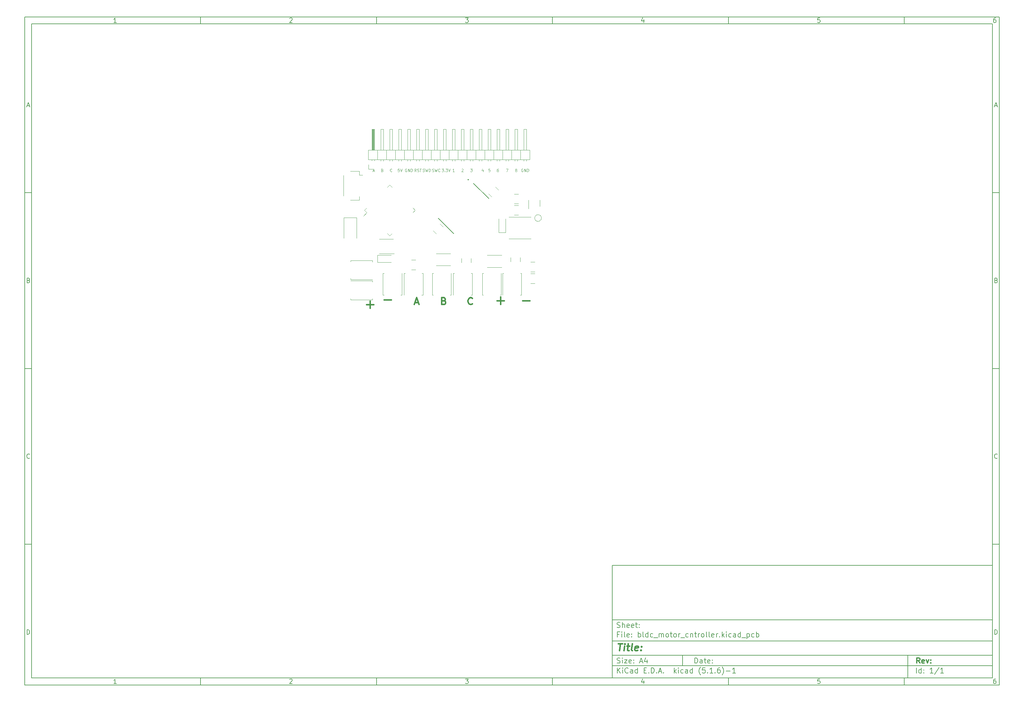
<source format=gbr>
G04 #@! TF.GenerationSoftware,KiCad,Pcbnew,(5.1.6)-1*
G04 #@! TF.CreationDate,2021-03-06T15:59:57+08:00*
G04 #@! TF.ProjectId,bldc_motor_cntroller,626c6463-5f6d-46f7-946f-725f636e7472,rev?*
G04 #@! TF.SameCoordinates,Original*
G04 #@! TF.FileFunction,Legend,Top*
G04 #@! TF.FilePolarity,Positive*
%FSLAX46Y46*%
G04 Gerber Fmt 4.6, Leading zero omitted, Abs format (unit mm)*
G04 Created by KiCad (PCBNEW (5.1.6)-1) date 2021-03-06 15:59:57*
%MOMM*%
%LPD*%
G01*
G04 APERTURE LIST*
%ADD10C,0.100000*%
%ADD11C,0.150000*%
%ADD12C,0.300000*%
%ADD13C,0.400000*%
%ADD14C,0.120000*%
%ADD15C,0.200000*%
%ADD16C,0.127000*%
G04 APERTURE END LIST*
D10*
D11*
X177002200Y-166007200D02*
X177002200Y-198007200D01*
X285002200Y-198007200D01*
X285002200Y-166007200D01*
X177002200Y-166007200D01*
D10*
D11*
X10000000Y-10000000D02*
X10000000Y-200007200D01*
X287002200Y-200007200D01*
X287002200Y-10000000D01*
X10000000Y-10000000D01*
D10*
D11*
X12000000Y-12000000D02*
X12000000Y-198007200D01*
X285002200Y-198007200D01*
X285002200Y-12000000D01*
X12000000Y-12000000D01*
D10*
D11*
X60000000Y-12000000D02*
X60000000Y-10000000D01*
D10*
D11*
X110000000Y-12000000D02*
X110000000Y-10000000D01*
D10*
D11*
X160000000Y-12000000D02*
X160000000Y-10000000D01*
D10*
D11*
X210000000Y-12000000D02*
X210000000Y-10000000D01*
D10*
D11*
X260000000Y-12000000D02*
X260000000Y-10000000D01*
D10*
D11*
X36065476Y-11588095D02*
X35322619Y-11588095D01*
X35694047Y-11588095D02*
X35694047Y-10288095D01*
X35570238Y-10473809D01*
X35446428Y-10597619D01*
X35322619Y-10659523D01*
D10*
D11*
X85322619Y-10411904D02*
X85384523Y-10350000D01*
X85508333Y-10288095D01*
X85817857Y-10288095D01*
X85941666Y-10350000D01*
X86003571Y-10411904D01*
X86065476Y-10535714D01*
X86065476Y-10659523D01*
X86003571Y-10845238D01*
X85260714Y-11588095D01*
X86065476Y-11588095D01*
D10*
D11*
X135260714Y-10288095D02*
X136065476Y-10288095D01*
X135632142Y-10783333D01*
X135817857Y-10783333D01*
X135941666Y-10845238D01*
X136003571Y-10907142D01*
X136065476Y-11030952D01*
X136065476Y-11340476D01*
X136003571Y-11464285D01*
X135941666Y-11526190D01*
X135817857Y-11588095D01*
X135446428Y-11588095D01*
X135322619Y-11526190D01*
X135260714Y-11464285D01*
D10*
D11*
X185941666Y-10721428D02*
X185941666Y-11588095D01*
X185632142Y-10226190D02*
X185322619Y-11154761D01*
X186127380Y-11154761D01*
D10*
D11*
X236003571Y-10288095D02*
X235384523Y-10288095D01*
X235322619Y-10907142D01*
X235384523Y-10845238D01*
X235508333Y-10783333D01*
X235817857Y-10783333D01*
X235941666Y-10845238D01*
X236003571Y-10907142D01*
X236065476Y-11030952D01*
X236065476Y-11340476D01*
X236003571Y-11464285D01*
X235941666Y-11526190D01*
X235817857Y-11588095D01*
X235508333Y-11588095D01*
X235384523Y-11526190D01*
X235322619Y-11464285D01*
D10*
D11*
X285941666Y-10288095D02*
X285694047Y-10288095D01*
X285570238Y-10350000D01*
X285508333Y-10411904D01*
X285384523Y-10597619D01*
X285322619Y-10845238D01*
X285322619Y-11340476D01*
X285384523Y-11464285D01*
X285446428Y-11526190D01*
X285570238Y-11588095D01*
X285817857Y-11588095D01*
X285941666Y-11526190D01*
X286003571Y-11464285D01*
X286065476Y-11340476D01*
X286065476Y-11030952D01*
X286003571Y-10907142D01*
X285941666Y-10845238D01*
X285817857Y-10783333D01*
X285570238Y-10783333D01*
X285446428Y-10845238D01*
X285384523Y-10907142D01*
X285322619Y-11030952D01*
D10*
D11*
X60000000Y-198007200D02*
X60000000Y-200007200D01*
D10*
D11*
X110000000Y-198007200D02*
X110000000Y-200007200D01*
D10*
D11*
X160000000Y-198007200D02*
X160000000Y-200007200D01*
D10*
D11*
X210000000Y-198007200D02*
X210000000Y-200007200D01*
D10*
D11*
X260000000Y-198007200D02*
X260000000Y-200007200D01*
D10*
D11*
X36065476Y-199595295D02*
X35322619Y-199595295D01*
X35694047Y-199595295D02*
X35694047Y-198295295D01*
X35570238Y-198481009D01*
X35446428Y-198604819D01*
X35322619Y-198666723D01*
D10*
D11*
X85322619Y-198419104D02*
X85384523Y-198357200D01*
X85508333Y-198295295D01*
X85817857Y-198295295D01*
X85941666Y-198357200D01*
X86003571Y-198419104D01*
X86065476Y-198542914D01*
X86065476Y-198666723D01*
X86003571Y-198852438D01*
X85260714Y-199595295D01*
X86065476Y-199595295D01*
D10*
D11*
X135260714Y-198295295D02*
X136065476Y-198295295D01*
X135632142Y-198790533D01*
X135817857Y-198790533D01*
X135941666Y-198852438D01*
X136003571Y-198914342D01*
X136065476Y-199038152D01*
X136065476Y-199347676D01*
X136003571Y-199471485D01*
X135941666Y-199533390D01*
X135817857Y-199595295D01*
X135446428Y-199595295D01*
X135322619Y-199533390D01*
X135260714Y-199471485D01*
D10*
D11*
X185941666Y-198728628D02*
X185941666Y-199595295D01*
X185632142Y-198233390D02*
X185322619Y-199161961D01*
X186127380Y-199161961D01*
D10*
D11*
X236003571Y-198295295D02*
X235384523Y-198295295D01*
X235322619Y-198914342D01*
X235384523Y-198852438D01*
X235508333Y-198790533D01*
X235817857Y-198790533D01*
X235941666Y-198852438D01*
X236003571Y-198914342D01*
X236065476Y-199038152D01*
X236065476Y-199347676D01*
X236003571Y-199471485D01*
X235941666Y-199533390D01*
X235817857Y-199595295D01*
X235508333Y-199595295D01*
X235384523Y-199533390D01*
X235322619Y-199471485D01*
D10*
D11*
X285941666Y-198295295D02*
X285694047Y-198295295D01*
X285570238Y-198357200D01*
X285508333Y-198419104D01*
X285384523Y-198604819D01*
X285322619Y-198852438D01*
X285322619Y-199347676D01*
X285384523Y-199471485D01*
X285446428Y-199533390D01*
X285570238Y-199595295D01*
X285817857Y-199595295D01*
X285941666Y-199533390D01*
X286003571Y-199471485D01*
X286065476Y-199347676D01*
X286065476Y-199038152D01*
X286003571Y-198914342D01*
X285941666Y-198852438D01*
X285817857Y-198790533D01*
X285570238Y-198790533D01*
X285446428Y-198852438D01*
X285384523Y-198914342D01*
X285322619Y-199038152D01*
D10*
D11*
X10000000Y-60000000D02*
X12000000Y-60000000D01*
D10*
D11*
X10000000Y-110000000D02*
X12000000Y-110000000D01*
D10*
D11*
X10000000Y-160000000D02*
X12000000Y-160000000D01*
D10*
D11*
X10690476Y-35216666D02*
X11309523Y-35216666D01*
X10566666Y-35588095D02*
X11000000Y-34288095D01*
X11433333Y-35588095D01*
D10*
D11*
X11092857Y-84907142D02*
X11278571Y-84969047D01*
X11340476Y-85030952D01*
X11402380Y-85154761D01*
X11402380Y-85340476D01*
X11340476Y-85464285D01*
X11278571Y-85526190D01*
X11154761Y-85588095D01*
X10659523Y-85588095D01*
X10659523Y-84288095D01*
X11092857Y-84288095D01*
X11216666Y-84350000D01*
X11278571Y-84411904D01*
X11340476Y-84535714D01*
X11340476Y-84659523D01*
X11278571Y-84783333D01*
X11216666Y-84845238D01*
X11092857Y-84907142D01*
X10659523Y-84907142D01*
D10*
D11*
X11402380Y-135464285D02*
X11340476Y-135526190D01*
X11154761Y-135588095D01*
X11030952Y-135588095D01*
X10845238Y-135526190D01*
X10721428Y-135402380D01*
X10659523Y-135278571D01*
X10597619Y-135030952D01*
X10597619Y-134845238D01*
X10659523Y-134597619D01*
X10721428Y-134473809D01*
X10845238Y-134350000D01*
X11030952Y-134288095D01*
X11154761Y-134288095D01*
X11340476Y-134350000D01*
X11402380Y-134411904D01*
D10*
D11*
X10659523Y-185588095D02*
X10659523Y-184288095D01*
X10969047Y-184288095D01*
X11154761Y-184350000D01*
X11278571Y-184473809D01*
X11340476Y-184597619D01*
X11402380Y-184845238D01*
X11402380Y-185030952D01*
X11340476Y-185278571D01*
X11278571Y-185402380D01*
X11154761Y-185526190D01*
X10969047Y-185588095D01*
X10659523Y-185588095D01*
D10*
D11*
X287002200Y-60000000D02*
X285002200Y-60000000D01*
D10*
D11*
X287002200Y-110000000D02*
X285002200Y-110000000D01*
D10*
D11*
X287002200Y-160000000D02*
X285002200Y-160000000D01*
D10*
D11*
X285692676Y-35216666D02*
X286311723Y-35216666D01*
X285568866Y-35588095D02*
X286002200Y-34288095D01*
X286435533Y-35588095D01*
D10*
D11*
X286095057Y-84907142D02*
X286280771Y-84969047D01*
X286342676Y-85030952D01*
X286404580Y-85154761D01*
X286404580Y-85340476D01*
X286342676Y-85464285D01*
X286280771Y-85526190D01*
X286156961Y-85588095D01*
X285661723Y-85588095D01*
X285661723Y-84288095D01*
X286095057Y-84288095D01*
X286218866Y-84350000D01*
X286280771Y-84411904D01*
X286342676Y-84535714D01*
X286342676Y-84659523D01*
X286280771Y-84783333D01*
X286218866Y-84845238D01*
X286095057Y-84907142D01*
X285661723Y-84907142D01*
D10*
D11*
X286404580Y-135464285D02*
X286342676Y-135526190D01*
X286156961Y-135588095D01*
X286033152Y-135588095D01*
X285847438Y-135526190D01*
X285723628Y-135402380D01*
X285661723Y-135278571D01*
X285599819Y-135030952D01*
X285599819Y-134845238D01*
X285661723Y-134597619D01*
X285723628Y-134473809D01*
X285847438Y-134350000D01*
X286033152Y-134288095D01*
X286156961Y-134288095D01*
X286342676Y-134350000D01*
X286404580Y-134411904D01*
D10*
D11*
X285661723Y-185588095D02*
X285661723Y-184288095D01*
X285971247Y-184288095D01*
X286156961Y-184350000D01*
X286280771Y-184473809D01*
X286342676Y-184597619D01*
X286404580Y-184845238D01*
X286404580Y-185030952D01*
X286342676Y-185278571D01*
X286280771Y-185402380D01*
X286156961Y-185526190D01*
X285971247Y-185588095D01*
X285661723Y-185588095D01*
D10*
D11*
X200434342Y-193785771D02*
X200434342Y-192285771D01*
X200791485Y-192285771D01*
X201005771Y-192357200D01*
X201148628Y-192500057D01*
X201220057Y-192642914D01*
X201291485Y-192928628D01*
X201291485Y-193142914D01*
X201220057Y-193428628D01*
X201148628Y-193571485D01*
X201005771Y-193714342D01*
X200791485Y-193785771D01*
X200434342Y-193785771D01*
X202577200Y-193785771D02*
X202577200Y-193000057D01*
X202505771Y-192857200D01*
X202362914Y-192785771D01*
X202077200Y-192785771D01*
X201934342Y-192857200D01*
X202577200Y-193714342D02*
X202434342Y-193785771D01*
X202077200Y-193785771D01*
X201934342Y-193714342D01*
X201862914Y-193571485D01*
X201862914Y-193428628D01*
X201934342Y-193285771D01*
X202077200Y-193214342D01*
X202434342Y-193214342D01*
X202577200Y-193142914D01*
X203077200Y-192785771D02*
X203648628Y-192785771D01*
X203291485Y-192285771D02*
X203291485Y-193571485D01*
X203362914Y-193714342D01*
X203505771Y-193785771D01*
X203648628Y-193785771D01*
X204720057Y-193714342D02*
X204577200Y-193785771D01*
X204291485Y-193785771D01*
X204148628Y-193714342D01*
X204077200Y-193571485D01*
X204077200Y-193000057D01*
X204148628Y-192857200D01*
X204291485Y-192785771D01*
X204577200Y-192785771D01*
X204720057Y-192857200D01*
X204791485Y-193000057D01*
X204791485Y-193142914D01*
X204077200Y-193285771D01*
X205434342Y-193642914D02*
X205505771Y-193714342D01*
X205434342Y-193785771D01*
X205362914Y-193714342D01*
X205434342Y-193642914D01*
X205434342Y-193785771D01*
X205434342Y-192857200D02*
X205505771Y-192928628D01*
X205434342Y-193000057D01*
X205362914Y-192928628D01*
X205434342Y-192857200D01*
X205434342Y-193000057D01*
D10*
D11*
X177002200Y-194507200D02*
X285002200Y-194507200D01*
D10*
D11*
X178434342Y-196585771D02*
X178434342Y-195085771D01*
X179291485Y-196585771D02*
X178648628Y-195728628D01*
X179291485Y-195085771D02*
X178434342Y-195942914D01*
X179934342Y-196585771D02*
X179934342Y-195585771D01*
X179934342Y-195085771D02*
X179862914Y-195157200D01*
X179934342Y-195228628D01*
X180005771Y-195157200D01*
X179934342Y-195085771D01*
X179934342Y-195228628D01*
X181505771Y-196442914D02*
X181434342Y-196514342D01*
X181220057Y-196585771D01*
X181077200Y-196585771D01*
X180862914Y-196514342D01*
X180720057Y-196371485D01*
X180648628Y-196228628D01*
X180577200Y-195942914D01*
X180577200Y-195728628D01*
X180648628Y-195442914D01*
X180720057Y-195300057D01*
X180862914Y-195157200D01*
X181077200Y-195085771D01*
X181220057Y-195085771D01*
X181434342Y-195157200D01*
X181505771Y-195228628D01*
X182791485Y-196585771D02*
X182791485Y-195800057D01*
X182720057Y-195657200D01*
X182577200Y-195585771D01*
X182291485Y-195585771D01*
X182148628Y-195657200D01*
X182791485Y-196514342D02*
X182648628Y-196585771D01*
X182291485Y-196585771D01*
X182148628Y-196514342D01*
X182077200Y-196371485D01*
X182077200Y-196228628D01*
X182148628Y-196085771D01*
X182291485Y-196014342D01*
X182648628Y-196014342D01*
X182791485Y-195942914D01*
X184148628Y-196585771D02*
X184148628Y-195085771D01*
X184148628Y-196514342D02*
X184005771Y-196585771D01*
X183720057Y-196585771D01*
X183577200Y-196514342D01*
X183505771Y-196442914D01*
X183434342Y-196300057D01*
X183434342Y-195871485D01*
X183505771Y-195728628D01*
X183577200Y-195657200D01*
X183720057Y-195585771D01*
X184005771Y-195585771D01*
X184148628Y-195657200D01*
X186005771Y-195800057D02*
X186505771Y-195800057D01*
X186720057Y-196585771D02*
X186005771Y-196585771D01*
X186005771Y-195085771D01*
X186720057Y-195085771D01*
X187362914Y-196442914D02*
X187434342Y-196514342D01*
X187362914Y-196585771D01*
X187291485Y-196514342D01*
X187362914Y-196442914D01*
X187362914Y-196585771D01*
X188077200Y-196585771D02*
X188077200Y-195085771D01*
X188434342Y-195085771D01*
X188648628Y-195157200D01*
X188791485Y-195300057D01*
X188862914Y-195442914D01*
X188934342Y-195728628D01*
X188934342Y-195942914D01*
X188862914Y-196228628D01*
X188791485Y-196371485D01*
X188648628Y-196514342D01*
X188434342Y-196585771D01*
X188077200Y-196585771D01*
X189577200Y-196442914D02*
X189648628Y-196514342D01*
X189577200Y-196585771D01*
X189505771Y-196514342D01*
X189577200Y-196442914D01*
X189577200Y-196585771D01*
X190220057Y-196157200D02*
X190934342Y-196157200D01*
X190077200Y-196585771D02*
X190577200Y-195085771D01*
X191077200Y-196585771D01*
X191577200Y-196442914D02*
X191648628Y-196514342D01*
X191577200Y-196585771D01*
X191505771Y-196514342D01*
X191577200Y-196442914D01*
X191577200Y-196585771D01*
X194577200Y-196585771D02*
X194577200Y-195085771D01*
X194720057Y-196014342D02*
X195148628Y-196585771D01*
X195148628Y-195585771D02*
X194577200Y-196157200D01*
X195791485Y-196585771D02*
X195791485Y-195585771D01*
X195791485Y-195085771D02*
X195720057Y-195157200D01*
X195791485Y-195228628D01*
X195862914Y-195157200D01*
X195791485Y-195085771D01*
X195791485Y-195228628D01*
X197148628Y-196514342D02*
X197005771Y-196585771D01*
X196720057Y-196585771D01*
X196577200Y-196514342D01*
X196505771Y-196442914D01*
X196434342Y-196300057D01*
X196434342Y-195871485D01*
X196505771Y-195728628D01*
X196577200Y-195657200D01*
X196720057Y-195585771D01*
X197005771Y-195585771D01*
X197148628Y-195657200D01*
X198434342Y-196585771D02*
X198434342Y-195800057D01*
X198362914Y-195657200D01*
X198220057Y-195585771D01*
X197934342Y-195585771D01*
X197791485Y-195657200D01*
X198434342Y-196514342D02*
X198291485Y-196585771D01*
X197934342Y-196585771D01*
X197791485Y-196514342D01*
X197720057Y-196371485D01*
X197720057Y-196228628D01*
X197791485Y-196085771D01*
X197934342Y-196014342D01*
X198291485Y-196014342D01*
X198434342Y-195942914D01*
X199791485Y-196585771D02*
X199791485Y-195085771D01*
X199791485Y-196514342D02*
X199648628Y-196585771D01*
X199362914Y-196585771D01*
X199220057Y-196514342D01*
X199148628Y-196442914D01*
X199077200Y-196300057D01*
X199077200Y-195871485D01*
X199148628Y-195728628D01*
X199220057Y-195657200D01*
X199362914Y-195585771D01*
X199648628Y-195585771D01*
X199791485Y-195657200D01*
X202077200Y-197157200D02*
X202005771Y-197085771D01*
X201862914Y-196871485D01*
X201791485Y-196728628D01*
X201720057Y-196514342D01*
X201648628Y-196157200D01*
X201648628Y-195871485D01*
X201720057Y-195514342D01*
X201791485Y-195300057D01*
X201862914Y-195157200D01*
X202005771Y-194942914D01*
X202077200Y-194871485D01*
X203362914Y-195085771D02*
X202648628Y-195085771D01*
X202577200Y-195800057D01*
X202648628Y-195728628D01*
X202791485Y-195657200D01*
X203148628Y-195657200D01*
X203291485Y-195728628D01*
X203362914Y-195800057D01*
X203434342Y-195942914D01*
X203434342Y-196300057D01*
X203362914Y-196442914D01*
X203291485Y-196514342D01*
X203148628Y-196585771D01*
X202791485Y-196585771D01*
X202648628Y-196514342D01*
X202577200Y-196442914D01*
X204077200Y-196442914D02*
X204148628Y-196514342D01*
X204077200Y-196585771D01*
X204005771Y-196514342D01*
X204077200Y-196442914D01*
X204077200Y-196585771D01*
X205577200Y-196585771D02*
X204720057Y-196585771D01*
X205148628Y-196585771D02*
X205148628Y-195085771D01*
X205005771Y-195300057D01*
X204862914Y-195442914D01*
X204720057Y-195514342D01*
X206220057Y-196442914D02*
X206291485Y-196514342D01*
X206220057Y-196585771D01*
X206148628Y-196514342D01*
X206220057Y-196442914D01*
X206220057Y-196585771D01*
X207577200Y-195085771D02*
X207291485Y-195085771D01*
X207148628Y-195157200D01*
X207077200Y-195228628D01*
X206934342Y-195442914D01*
X206862914Y-195728628D01*
X206862914Y-196300057D01*
X206934342Y-196442914D01*
X207005771Y-196514342D01*
X207148628Y-196585771D01*
X207434342Y-196585771D01*
X207577200Y-196514342D01*
X207648628Y-196442914D01*
X207720057Y-196300057D01*
X207720057Y-195942914D01*
X207648628Y-195800057D01*
X207577200Y-195728628D01*
X207434342Y-195657200D01*
X207148628Y-195657200D01*
X207005771Y-195728628D01*
X206934342Y-195800057D01*
X206862914Y-195942914D01*
X208220057Y-197157200D02*
X208291485Y-197085771D01*
X208434342Y-196871485D01*
X208505771Y-196728628D01*
X208577200Y-196514342D01*
X208648628Y-196157200D01*
X208648628Y-195871485D01*
X208577200Y-195514342D01*
X208505771Y-195300057D01*
X208434342Y-195157200D01*
X208291485Y-194942914D01*
X208220057Y-194871485D01*
X209362914Y-196014342D02*
X210505771Y-196014342D01*
X212005771Y-196585771D02*
X211148628Y-196585771D01*
X211577200Y-196585771D02*
X211577200Y-195085771D01*
X211434342Y-195300057D01*
X211291485Y-195442914D01*
X211148628Y-195514342D01*
D10*
D11*
X177002200Y-191507200D02*
X285002200Y-191507200D01*
D10*
D12*
X264411485Y-193785771D02*
X263911485Y-193071485D01*
X263554342Y-193785771D02*
X263554342Y-192285771D01*
X264125771Y-192285771D01*
X264268628Y-192357200D01*
X264340057Y-192428628D01*
X264411485Y-192571485D01*
X264411485Y-192785771D01*
X264340057Y-192928628D01*
X264268628Y-193000057D01*
X264125771Y-193071485D01*
X263554342Y-193071485D01*
X265625771Y-193714342D02*
X265482914Y-193785771D01*
X265197200Y-193785771D01*
X265054342Y-193714342D01*
X264982914Y-193571485D01*
X264982914Y-193000057D01*
X265054342Y-192857200D01*
X265197200Y-192785771D01*
X265482914Y-192785771D01*
X265625771Y-192857200D01*
X265697200Y-193000057D01*
X265697200Y-193142914D01*
X264982914Y-193285771D01*
X266197200Y-192785771D02*
X266554342Y-193785771D01*
X266911485Y-192785771D01*
X267482914Y-193642914D02*
X267554342Y-193714342D01*
X267482914Y-193785771D01*
X267411485Y-193714342D01*
X267482914Y-193642914D01*
X267482914Y-193785771D01*
X267482914Y-192857200D02*
X267554342Y-192928628D01*
X267482914Y-193000057D01*
X267411485Y-192928628D01*
X267482914Y-192857200D01*
X267482914Y-193000057D01*
D10*
D11*
X178362914Y-193714342D02*
X178577200Y-193785771D01*
X178934342Y-193785771D01*
X179077200Y-193714342D01*
X179148628Y-193642914D01*
X179220057Y-193500057D01*
X179220057Y-193357200D01*
X179148628Y-193214342D01*
X179077200Y-193142914D01*
X178934342Y-193071485D01*
X178648628Y-193000057D01*
X178505771Y-192928628D01*
X178434342Y-192857200D01*
X178362914Y-192714342D01*
X178362914Y-192571485D01*
X178434342Y-192428628D01*
X178505771Y-192357200D01*
X178648628Y-192285771D01*
X179005771Y-192285771D01*
X179220057Y-192357200D01*
X179862914Y-193785771D02*
X179862914Y-192785771D01*
X179862914Y-192285771D02*
X179791485Y-192357200D01*
X179862914Y-192428628D01*
X179934342Y-192357200D01*
X179862914Y-192285771D01*
X179862914Y-192428628D01*
X180434342Y-192785771D02*
X181220057Y-192785771D01*
X180434342Y-193785771D01*
X181220057Y-193785771D01*
X182362914Y-193714342D02*
X182220057Y-193785771D01*
X181934342Y-193785771D01*
X181791485Y-193714342D01*
X181720057Y-193571485D01*
X181720057Y-193000057D01*
X181791485Y-192857200D01*
X181934342Y-192785771D01*
X182220057Y-192785771D01*
X182362914Y-192857200D01*
X182434342Y-193000057D01*
X182434342Y-193142914D01*
X181720057Y-193285771D01*
X183077200Y-193642914D02*
X183148628Y-193714342D01*
X183077200Y-193785771D01*
X183005771Y-193714342D01*
X183077200Y-193642914D01*
X183077200Y-193785771D01*
X183077200Y-192857200D02*
X183148628Y-192928628D01*
X183077200Y-193000057D01*
X183005771Y-192928628D01*
X183077200Y-192857200D01*
X183077200Y-193000057D01*
X184862914Y-193357200D02*
X185577200Y-193357200D01*
X184720057Y-193785771D02*
X185220057Y-192285771D01*
X185720057Y-193785771D01*
X186862914Y-192785771D02*
X186862914Y-193785771D01*
X186505771Y-192214342D02*
X186148628Y-193285771D01*
X187077200Y-193285771D01*
D10*
D11*
X263434342Y-196585771D02*
X263434342Y-195085771D01*
X264791485Y-196585771D02*
X264791485Y-195085771D01*
X264791485Y-196514342D02*
X264648628Y-196585771D01*
X264362914Y-196585771D01*
X264220057Y-196514342D01*
X264148628Y-196442914D01*
X264077200Y-196300057D01*
X264077200Y-195871485D01*
X264148628Y-195728628D01*
X264220057Y-195657200D01*
X264362914Y-195585771D01*
X264648628Y-195585771D01*
X264791485Y-195657200D01*
X265505771Y-196442914D02*
X265577200Y-196514342D01*
X265505771Y-196585771D01*
X265434342Y-196514342D01*
X265505771Y-196442914D01*
X265505771Y-196585771D01*
X265505771Y-195657200D02*
X265577200Y-195728628D01*
X265505771Y-195800057D01*
X265434342Y-195728628D01*
X265505771Y-195657200D01*
X265505771Y-195800057D01*
X268148628Y-196585771D02*
X267291485Y-196585771D01*
X267720057Y-196585771D02*
X267720057Y-195085771D01*
X267577200Y-195300057D01*
X267434342Y-195442914D01*
X267291485Y-195514342D01*
X269862914Y-195014342D02*
X268577200Y-196942914D01*
X271148628Y-196585771D02*
X270291485Y-196585771D01*
X270720057Y-196585771D02*
X270720057Y-195085771D01*
X270577200Y-195300057D01*
X270434342Y-195442914D01*
X270291485Y-195514342D01*
D10*
D11*
X177002200Y-187507200D02*
X285002200Y-187507200D01*
D10*
D13*
X178714580Y-188211961D02*
X179857438Y-188211961D01*
X179036009Y-190211961D02*
X179286009Y-188211961D01*
X180274104Y-190211961D02*
X180440771Y-188878628D01*
X180524104Y-188211961D02*
X180416961Y-188307200D01*
X180500295Y-188402438D01*
X180607438Y-188307200D01*
X180524104Y-188211961D01*
X180500295Y-188402438D01*
X181107438Y-188878628D02*
X181869342Y-188878628D01*
X181476485Y-188211961D02*
X181262200Y-189926247D01*
X181333628Y-190116723D01*
X181512200Y-190211961D01*
X181702676Y-190211961D01*
X182655057Y-190211961D02*
X182476485Y-190116723D01*
X182405057Y-189926247D01*
X182619342Y-188211961D01*
X184190771Y-190116723D02*
X183988390Y-190211961D01*
X183607438Y-190211961D01*
X183428866Y-190116723D01*
X183357438Y-189926247D01*
X183452676Y-189164342D01*
X183571723Y-188973866D01*
X183774104Y-188878628D01*
X184155057Y-188878628D01*
X184333628Y-188973866D01*
X184405057Y-189164342D01*
X184381247Y-189354819D01*
X183405057Y-189545295D01*
X185155057Y-190021485D02*
X185238390Y-190116723D01*
X185131247Y-190211961D01*
X185047914Y-190116723D01*
X185155057Y-190021485D01*
X185131247Y-190211961D01*
X185286009Y-188973866D02*
X185369342Y-189069104D01*
X185262200Y-189164342D01*
X185178866Y-189069104D01*
X185286009Y-188973866D01*
X185262200Y-189164342D01*
D10*
D11*
X178934342Y-185600057D02*
X178434342Y-185600057D01*
X178434342Y-186385771D02*
X178434342Y-184885771D01*
X179148628Y-184885771D01*
X179720057Y-186385771D02*
X179720057Y-185385771D01*
X179720057Y-184885771D02*
X179648628Y-184957200D01*
X179720057Y-185028628D01*
X179791485Y-184957200D01*
X179720057Y-184885771D01*
X179720057Y-185028628D01*
X180648628Y-186385771D02*
X180505771Y-186314342D01*
X180434342Y-186171485D01*
X180434342Y-184885771D01*
X181791485Y-186314342D02*
X181648628Y-186385771D01*
X181362914Y-186385771D01*
X181220057Y-186314342D01*
X181148628Y-186171485D01*
X181148628Y-185600057D01*
X181220057Y-185457200D01*
X181362914Y-185385771D01*
X181648628Y-185385771D01*
X181791485Y-185457200D01*
X181862914Y-185600057D01*
X181862914Y-185742914D01*
X181148628Y-185885771D01*
X182505771Y-186242914D02*
X182577200Y-186314342D01*
X182505771Y-186385771D01*
X182434342Y-186314342D01*
X182505771Y-186242914D01*
X182505771Y-186385771D01*
X182505771Y-185457200D02*
X182577200Y-185528628D01*
X182505771Y-185600057D01*
X182434342Y-185528628D01*
X182505771Y-185457200D01*
X182505771Y-185600057D01*
X184362914Y-186385771D02*
X184362914Y-184885771D01*
X184362914Y-185457200D02*
X184505771Y-185385771D01*
X184791485Y-185385771D01*
X184934342Y-185457200D01*
X185005771Y-185528628D01*
X185077200Y-185671485D01*
X185077200Y-186100057D01*
X185005771Y-186242914D01*
X184934342Y-186314342D01*
X184791485Y-186385771D01*
X184505771Y-186385771D01*
X184362914Y-186314342D01*
X185934342Y-186385771D02*
X185791485Y-186314342D01*
X185720057Y-186171485D01*
X185720057Y-184885771D01*
X187148628Y-186385771D02*
X187148628Y-184885771D01*
X187148628Y-186314342D02*
X187005771Y-186385771D01*
X186720057Y-186385771D01*
X186577200Y-186314342D01*
X186505771Y-186242914D01*
X186434342Y-186100057D01*
X186434342Y-185671485D01*
X186505771Y-185528628D01*
X186577200Y-185457200D01*
X186720057Y-185385771D01*
X187005771Y-185385771D01*
X187148628Y-185457200D01*
X188505771Y-186314342D02*
X188362914Y-186385771D01*
X188077200Y-186385771D01*
X187934342Y-186314342D01*
X187862914Y-186242914D01*
X187791485Y-186100057D01*
X187791485Y-185671485D01*
X187862914Y-185528628D01*
X187934342Y-185457200D01*
X188077200Y-185385771D01*
X188362914Y-185385771D01*
X188505771Y-185457200D01*
X188791485Y-186528628D02*
X189934342Y-186528628D01*
X190291485Y-186385771D02*
X190291485Y-185385771D01*
X190291485Y-185528628D02*
X190362914Y-185457200D01*
X190505771Y-185385771D01*
X190720057Y-185385771D01*
X190862914Y-185457200D01*
X190934342Y-185600057D01*
X190934342Y-186385771D01*
X190934342Y-185600057D02*
X191005771Y-185457200D01*
X191148628Y-185385771D01*
X191362914Y-185385771D01*
X191505771Y-185457200D01*
X191577200Y-185600057D01*
X191577200Y-186385771D01*
X192505771Y-186385771D02*
X192362914Y-186314342D01*
X192291485Y-186242914D01*
X192220057Y-186100057D01*
X192220057Y-185671485D01*
X192291485Y-185528628D01*
X192362914Y-185457200D01*
X192505771Y-185385771D01*
X192720057Y-185385771D01*
X192862914Y-185457200D01*
X192934342Y-185528628D01*
X193005771Y-185671485D01*
X193005771Y-186100057D01*
X192934342Y-186242914D01*
X192862914Y-186314342D01*
X192720057Y-186385771D01*
X192505771Y-186385771D01*
X193434342Y-185385771D02*
X194005771Y-185385771D01*
X193648628Y-184885771D02*
X193648628Y-186171485D01*
X193720057Y-186314342D01*
X193862914Y-186385771D01*
X194005771Y-186385771D01*
X194720057Y-186385771D02*
X194577200Y-186314342D01*
X194505771Y-186242914D01*
X194434342Y-186100057D01*
X194434342Y-185671485D01*
X194505771Y-185528628D01*
X194577200Y-185457200D01*
X194720057Y-185385771D01*
X194934342Y-185385771D01*
X195077200Y-185457200D01*
X195148628Y-185528628D01*
X195220057Y-185671485D01*
X195220057Y-186100057D01*
X195148628Y-186242914D01*
X195077200Y-186314342D01*
X194934342Y-186385771D01*
X194720057Y-186385771D01*
X195862914Y-186385771D02*
X195862914Y-185385771D01*
X195862914Y-185671485D02*
X195934342Y-185528628D01*
X196005771Y-185457200D01*
X196148628Y-185385771D01*
X196291485Y-185385771D01*
X196434342Y-186528628D02*
X197577200Y-186528628D01*
X198577200Y-186314342D02*
X198434342Y-186385771D01*
X198148628Y-186385771D01*
X198005771Y-186314342D01*
X197934342Y-186242914D01*
X197862914Y-186100057D01*
X197862914Y-185671485D01*
X197934342Y-185528628D01*
X198005771Y-185457200D01*
X198148628Y-185385771D01*
X198434342Y-185385771D01*
X198577200Y-185457200D01*
X199220057Y-185385771D02*
X199220057Y-186385771D01*
X199220057Y-185528628D02*
X199291485Y-185457200D01*
X199434342Y-185385771D01*
X199648628Y-185385771D01*
X199791485Y-185457200D01*
X199862914Y-185600057D01*
X199862914Y-186385771D01*
X200362914Y-185385771D02*
X200934342Y-185385771D01*
X200577200Y-184885771D02*
X200577200Y-186171485D01*
X200648628Y-186314342D01*
X200791485Y-186385771D01*
X200934342Y-186385771D01*
X201434342Y-186385771D02*
X201434342Y-185385771D01*
X201434342Y-185671485D02*
X201505771Y-185528628D01*
X201577200Y-185457200D01*
X201720057Y-185385771D01*
X201862914Y-185385771D01*
X202577200Y-186385771D02*
X202434342Y-186314342D01*
X202362914Y-186242914D01*
X202291485Y-186100057D01*
X202291485Y-185671485D01*
X202362914Y-185528628D01*
X202434342Y-185457200D01*
X202577200Y-185385771D01*
X202791485Y-185385771D01*
X202934342Y-185457200D01*
X203005771Y-185528628D01*
X203077200Y-185671485D01*
X203077200Y-186100057D01*
X203005771Y-186242914D01*
X202934342Y-186314342D01*
X202791485Y-186385771D01*
X202577200Y-186385771D01*
X203934342Y-186385771D02*
X203791485Y-186314342D01*
X203720057Y-186171485D01*
X203720057Y-184885771D01*
X204720057Y-186385771D02*
X204577200Y-186314342D01*
X204505771Y-186171485D01*
X204505771Y-184885771D01*
X205862914Y-186314342D02*
X205720057Y-186385771D01*
X205434342Y-186385771D01*
X205291485Y-186314342D01*
X205220057Y-186171485D01*
X205220057Y-185600057D01*
X205291485Y-185457200D01*
X205434342Y-185385771D01*
X205720057Y-185385771D01*
X205862914Y-185457200D01*
X205934342Y-185600057D01*
X205934342Y-185742914D01*
X205220057Y-185885771D01*
X206577200Y-186385771D02*
X206577200Y-185385771D01*
X206577200Y-185671485D02*
X206648628Y-185528628D01*
X206720057Y-185457200D01*
X206862914Y-185385771D01*
X207005771Y-185385771D01*
X207505771Y-186242914D02*
X207577200Y-186314342D01*
X207505771Y-186385771D01*
X207434342Y-186314342D01*
X207505771Y-186242914D01*
X207505771Y-186385771D01*
X208220057Y-186385771D02*
X208220057Y-184885771D01*
X208362914Y-185814342D02*
X208791485Y-186385771D01*
X208791485Y-185385771D02*
X208220057Y-185957200D01*
X209434342Y-186385771D02*
X209434342Y-185385771D01*
X209434342Y-184885771D02*
X209362914Y-184957200D01*
X209434342Y-185028628D01*
X209505771Y-184957200D01*
X209434342Y-184885771D01*
X209434342Y-185028628D01*
X210791485Y-186314342D02*
X210648628Y-186385771D01*
X210362914Y-186385771D01*
X210220057Y-186314342D01*
X210148628Y-186242914D01*
X210077200Y-186100057D01*
X210077200Y-185671485D01*
X210148628Y-185528628D01*
X210220057Y-185457200D01*
X210362914Y-185385771D01*
X210648628Y-185385771D01*
X210791485Y-185457200D01*
X212077200Y-186385771D02*
X212077200Y-185600057D01*
X212005771Y-185457200D01*
X211862914Y-185385771D01*
X211577200Y-185385771D01*
X211434342Y-185457200D01*
X212077200Y-186314342D02*
X211934342Y-186385771D01*
X211577200Y-186385771D01*
X211434342Y-186314342D01*
X211362914Y-186171485D01*
X211362914Y-186028628D01*
X211434342Y-185885771D01*
X211577200Y-185814342D01*
X211934342Y-185814342D01*
X212077200Y-185742914D01*
X213434342Y-186385771D02*
X213434342Y-184885771D01*
X213434342Y-186314342D02*
X213291485Y-186385771D01*
X213005771Y-186385771D01*
X212862914Y-186314342D01*
X212791485Y-186242914D01*
X212720057Y-186100057D01*
X212720057Y-185671485D01*
X212791485Y-185528628D01*
X212862914Y-185457200D01*
X213005771Y-185385771D01*
X213291485Y-185385771D01*
X213434342Y-185457200D01*
X213791485Y-186528628D02*
X214934342Y-186528628D01*
X215291485Y-185385771D02*
X215291485Y-186885771D01*
X215291485Y-185457200D02*
X215434342Y-185385771D01*
X215720057Y-185385771D01*
X215862914Y-185457200D01*
X215934342Y-185528628D01*
X216005771Y-185671485D01*
X216005771Y-186100057D01*
X215934342Y-186242914D01*
X215862914Y-186314342D01*
X215720057Y-186385771D01*
X215434342Y-186385771D01*
X215291485Y-186314342D01*
X217291485Y-186314342D02*
X217148628Y-186385771D01*
X216862914Y-186385771D01*
X216720057Y-186314342D01*
X216648628Y-186242914D01*
X216577200Y-186100057D01*
X216577200Y-185671485D01*
X216648628Y-185528628D01*
X216720057Y-185457200D01*
X216862914Y-185385771D01*
X217148628Y-185385771D01*
X217291485Y-185457200D01*
X217934342Y-186385771D02*
X217934342Y-184885771D01*
X217934342Y-185457200D02*
X218077200Y-185385771D01*
X218362914Y-185385771D01*
X218505771Y-185457200D01*
X218577200Y-185528628D01*
X218648628Y-185671485D01*
X218648628Y-186100057D01*
X218577200Y-186242914D01*
X218505771Y-186314342D01*
X218362914Y-186385771D01*
X218077200Y-186385771D01*
X217934342Y-186314342D01*
D10*
D11*
X177002200Y-181507200D02*
X285002200Y-181507200D01*
D10*
D11*
X178362914Y-183614342D02*
X178577200Y-183685771D01*
X178934342Y-183685771D01*
X179077200Y-183614342D01*
X179148628Y-183542914D01*
X179220057Y-183400057D01*
X179220057Y-183257200D01*
X179148628Y-183114342D01*
X179077200Y-183042914D01*
X178934342Y-182971485D01*
X178648628Y-182900057D01*
X178505771Y-182828628D01*
X178434342Y-182757200D01*
X178362914Y-182614342D01*
X178362914Y-182471485D01*
X178434342Y-182328628D01*
X178505771Y-182257200D01*
X178648628Y-182185771D01*
X179005771Y-182185771D01*
X179220057Y-182257200D01*
X179862914Y-183685771D02*
X179862914Y-182185771D01*
X180505771Y-183685771D02*
X180505771Y-182900057D01*
X180434342Y-182757200D01*
X180291485Y-182685771D01*
X180077200Y-182685771D01*
X179934342Y-182757200D01*
X179862914Y-182828628D01*
X181791485Y-183614342D02*
X181648628Y-183685771D01*
X181362914Y-183685771D01*
X181220057Y-183614342D01*
X181148628Y-183471485D01*
X181148628Y-182900057D01*
X181220057Y-182757200D01*
X181362914Y-182685771D01*
X181648628Y-182685771D01*
X181791485Y-182757200D01*
X181862914Y-182900057D01*
X181862914Y-183042914D01*
X181148628Y-183185771D01*
X183077200Y-183614342D02*
X182934342Y-183685771D01*
X182648628Y-183685771D01*
X182505771Y-183614342D01*
X182434342Y-183471485D01*
X182434342Y-182900057D01*
X182505771Y-182757200D01*
X182648628Y-182685771D01*
X182934342Y-182685771D01*
X183077200Y-182757200D01*
X183148628Y-182900057D01*
X183148628Y-183042914D01*
X182434342Y-183185771D01*
X183577200Y-182685771D02*
X184148628Y-182685771D01*
X183791485Y-182185771D02*
X183791485Y-183471485D01*
X183862914Y-183614342D01*
X184005771Y-183685771D01*
X184148628Y-183685771D01*
X184648628Y-183542914D02*
X184720057Y-183614342D01*
X184648628Y-183685771D01*
X184577200Y-183614342D01*
X184648628Y-183542914D01*
X184648628Y-183685771D01*
X184648628Y-182757200D02*
X184720057Y-182828628D01*
X184648628Y-182900057D01*
X184577200Y-182828628D01*
X184648628Y-182757200D01*
X184648628Y-182900057D01*
D10*
D11*
X197002200Y-191507200D02*
X197002200Y-194507200D01*
D10*
D11*
X261002200Y-191507200D02*
X261002200Y-198007200D01*
D14*
X149580809Y-53549761D02*
X149504619Y-53511666D01*
X149466523Y-53473571D01*
X149428428Y-53397380D01*
X149428428Y-53359285D01*
X149466523Y-53283095D01*
X149504619Y-53245000D01*
X149580809Y-53206904D01*
X149733190Y-53206904D01*
X149809380Y-53245000D01*
X149847476Y-53283095D01*
X149885571Y-53359285D01*
X149885571Y-53397380D01*
X149847476Y-53473571D01*
X149809380Y-53511666D01*
X149733190Y-53549761D01*
X149580809Y-53549761D01*
X149504619Y-53587857D01*
X149466523Y-53625952D01*
X149428428Y-53702142D01*
X149428428Y-53854523D01*
X149466523Y-53930714D01*
X149504619Y-53968809D01*
X149580809Y-54006904D01*
X149733190Y-54006904D01*
X149809380Y-53968809D01*
X149847476Y-53930714D01*
X149885571Y-53854523D01*
X149885571Y-53702142D01*
X149847476Y-53625952D01*
X149809380Y-53587857D01*
X149733190Y-53549761D01*
X146850333Y-53206904D02*
X147383666Y-53206904D01*
X147040809Y-54006904D01*
X144602380Y-53206904D02*
X144450000Y-53206904D01*
X144373809Y-53245000D01*
X144335714Y-53283095D01*
X144259523Y-53397380D01*
X144221428Y-53549761D01*
X144221428Y-53854523D01*
X144259523Y-53930714D01*
X144297619Y-53968809D01*
X144373809Y-54006904D01*
X144526190Y-54006904D01*
X144602380Y-53968809D01*
X144640476Y-53930714D01*
X144678571Y-53854523D01*
X144678571Y-53664047D01*
X144640476Y-53587857D01*
X144602380Y-53549761D01*
X144526190Y-53511666D01*
X144373809Y-53511666D01*
X144297619Y-53549761D01*
X144259523Y-53587857D01*
X144221428Y-53664047D01*
X151587476Y-53245000D02*
X151511285Y-53206904D01*
X151397000Y-53206904D01*
X151282714Y-53245000D01*
X151206523Y-53321190D01*
X151168428Y-53397380D01*
X151130333Y-53549761D01*
X151130333Y-53664047D01*
X151168428Y-53816428D01*
X151206523Y-53892619D01*
X151282714Y-53968809D01*
X151397000Y-54006904D01*
X151473190Y-54006904D01*
X151587476Y-53968809D01*
X151625571Y-53930714D01*
X151625571Y-53664047D01*
X151473190Y-53664047D01*
X151968428Y-54006904D02*
X151968428Y-53206904D01*
X152425571Y-54006904D01*
X152425571Y-53206904D01*
X152806523Y-54006904D02*
X152806523Y-53206904D01*
X152997000Y-53206904D01*
X153111285Y-53245000D01*
X153187476Y-53321190D01*
X153225571Y-53397380D01*
X153263666Y-53549761D01*
X153263666Y-53664047D01*
X153225571Y-53816428D01*
X153187476Y-53892619D01*
X153111285Y-53968809D01*
X152997000Y-54006904D01*
X152806523Y-54006904D01*
X142227476Y-53206904D02*
X141846523Y-53206904D01*
X141808428Y-53587857D01*
X141846523Y-53549761D01*
X141922714Y-53511666D01*
X142113190Y-53511666D01*
X142189380Y-53549761D01*
X142227476Y-53587857D01*
X142265571Y-53664047D01*
X142265571Y-53854523D01*
X142227476Y-53930714D01*
X142189380Y-53968809D01*
X142113190Y-54006904D01*
X141922714Y-54006904D01*
X141846523Y-53968809D01*
X141808428Y-53930714D01*
X140284380Y-53473571D02*
X140284380Y-54006904D01*
X140093904Y-53168809D02*
X139903428Y-53740238D01*
X140398666Y-53740238D01*
X136690333Y-53206904D02*
X137185571Y-53206904D01*
X136918904Y-53511666D01*
X137033190Y-53511666D01*
X137109380Y-53549761D01*
X137147476Y-53587857D01*
X137185571Y-53664047D01*
X137185571Y-53854523D01*
X137147476Y-53930714D01*
X137109380Y-53968809D01*
X137033190Y-54006904D01*
X136804619Y-54006904D01*
X136728428Y-53968809D01*
X136690333Y-53930714D01*
X134188428Y-53283095D02*
X134226523Y-53245000D01*
X134302714Y-53206904D01*
X134493190Y-53206904D01*
X134569380Y-53245000D01*
X134607476Y-53283095D01*
X134645571Y-53359285D01*
X134645571Y-53435476D01*
X134607476Y-53549761D01*
X134150333Y-54006904D01*
X134645571Y-54006904D01*
X132105571Y-54006904D02*
X131648428Y-54006904D01*
X131877000Y-54006904D02*
X131877000Y-53206904D01*
X131800809Y-53321190D01*
X131724619Y-53397380D01*
X131648428Y-53435476D01*
X128537047Y-53206904D02*
X129032285Y-53206904D01*
X128765619Y-53511666D01*
X128879904Y-53511666D01*
X128956095Y-53549761D01*
X128994190Y-53587857D01*
X129032285Y-53664047D01*
X129032285Y-53854523D01*
X128994190Y-53930714D01*
X128956095Y-53968809D01*
X128879904Y-54006904D01*
X128651333Y-54006904D01*
X128575142Y-53968809D01*
X128537047Y-53930714D01*
X129375142Y-53930714D02*
X129413238Y-53968809D01*
X129375142Y-54006904D01*
X129337047Y-53968809D01*
X129375142Y-53930714D01*
X129375142Y-54006904D01*
X129679904Y-53206904D02*
X130175142Y-53206904D01*
X129908476Y-53511666D01*
X130022761Y-53511666D01*
X130098952Y-53549761D01*
X130137047Y-53587857D01*
X130175142Y-53664047D01*
X130175142Y-53854523D01*
X130137047Y-53930714D01*
X130098952Y-53968809D01*
X130022761Y-54006904D01*
X129794190Y-54006904D01*
X129718000Y-53968809D01*
X129679904Y-53930714D01*
X130403714Y-53206904D02*
X130670380Y-54006904D01*
X130937047Y-53206904D01*
X125838285Y-53968809D02*
X125952571Y-54006904D01*
X126143047Y-54006904D01*
X126219238Y-53968809D01*
X126257333Y-53930714D01*
X126295428Y-53854523D01*
X126295428Y-53778333D01*
X126257333Y-53702142D01*
X126219238Y-53664047D01*
X126143047Y-53625952D01*
X125990666Y-53587857D01*
X125914476Y-53549761D01*
X125876380Y-53511666D01*
X125838285Y-53435476D01*
X125838285Y-53359285D01*
X125876380Y-53283095D01*
X125914476Y-53245000D01*
X125990666Y-53206904D01*
X126181142Y-53206904D01*
X126295428Y-53245000D01*
X126562095Y-53206904D02*
X126752571Y-54006904D01*
X126904952Y-53435476D01*
X127057333Y-54006904D01*
X127247809Y-53206904D01*
X128009714Y-53930714D02*
X127971619Y-53968809D01*
X127857333Y-54006904D01*
X127781142Y-54006904D01*
X127666857Y-53968809D01*
X127590666Y-53892619D01*
X127552571Y-53816428D01*
X127514476Y-53664047D01*
X127514476Y-53549761D01*
X127552571Y-53397380D01*
X127590666Y-53321190D01*
X127666857Y-53245000D01*
X127781142Y-53206904D01*
X127857333Y-53206904D01*
X127971619Y-53245000D01*
X128009714Y-53283095D01*
X123171285Y-53968809D02*
X123285571Y-54006904D01*
X123476047Y-54006904D01*
X123552238Y-53968809D01*
X123590333Y-53930714D01*
X123628428Y-53854523D01*
X123628428Y-53778333D01*
X123590333Y-53702142D01*
X123552238Y-53664047D01*
X123476047Y-53625952D01*
X123323666Y-53587857D01*
X123247476Y-53549761D01*
X123209380Y-53511666D01*
X123171285Y-53435476D01*
X123171285Y-53359285D01*
X123209380Y-53283095D01*
X123247476Y-53245000D01*
X123323666Y-53206904D01*
X123514142Y-53206904D01*
X123628428Y-53245000D01*
X123895095Y-53206904D02*
X124085571Y-54006904D01*
X124237952Y-53435476D01*
X124390333Y-54006904D01*
X124580809Y-53206904D01*
X124885571Y-54006904D02*
X124885571Y-53206904D01*
X125076047Y-53206904D01*
X125190333Y-53245000D01*
X125266523Y-53321190D01*
X125304619Y-53397380D01*
X125342714Y-53549761D01*
X125342714Y-53664047D01*
X125304619Y-53816428D01*
X125266523Y-53892619D01*
X125190333Y-53968809D01*
X125076047Y-54006904D01*
X124885571Y-54006904D01*
X121278904Y-54006904D02*
X121012238Y-53625952D01*
X120821761Y-54006904D02*
X120821761Y-53206904D01*
X121126523Y-53206904D01*
X121202714Y-53245000D01*
X121240809Y-53283095D01*
X121278904Y-53359285D01*
X121278904Y-53473571D01*
X121240809Y-53549761D01*
X121202714Y-53587857D01*
X121126523Y-53625952D01*
X120821761Y-53625952D01*
X121583666Y-53968809D02*
X121697952Y-54006904D01*
X121888428Y-54006904D01*
X121964619Y-53968809D01*
X122002714Y-53930714D01*
X122040809Y-53854523D01*
X122040809Y-53778333D01*
X122002714Y-53702142D01*
X121964619Y-53664047D01*
X121888428Y-53625952D01*
X121736047Y-53587857D01*
X121659857Y-53549761D01*
X121621761Y-53511666D01*
X121583666Y-53435476D01*
X121583666Y-53359285D01*
X121621761Y-53283095D01*
X121659857Y-53245000D01*
X121736047Y-53206904D01*
X121926523Y-53206904D01*
X122040809Y-53245000D01*
X122269380Y-53206904D02*
X122726523Y-53206904D01*
X122497952Y-54006904D02*
X122497952Y-53206904D01*
X118567476Y-53245000D02*
X118491285Y-53206904D01*
X118377000Y-53206904D01*
X118262714Y-53245000D01*
X118186523Y-53321190D01*
X118148428Y-53397380D01*
X118110333Y-53549761D01*
X118110333Y-53664047D01*
X118148428Y-53816428D01*
X118186523Y-53892619D01*
X118262714Y-53968809D01*
X118377000Y-54006904D01*
X118453190Y-54006904D01*
X118567476Y-53968809D01*
X118605571Y-53930714D01*
X118605571Y-53664047D01*
X118453190Y-53664047D01*
X118948428Y-54006904D02*
X118948428Y-53206904D01*
X119405571Y-54006904D01*
X119405571Y-53206904D01*
X119786523Y-54006904D02*
X119786523Y-53206904D01*
X119977000Y-53206904D01*
X120091285Y-53245000D01*
X120167476Y-53321190D01*
X120205571Y-53397380D01*
X120243666Y-53549761D01*
X120243666Y-53664047D01*
X120205571Y-53816428D01*
X120167476Y-53892619D01*
X120091285Y-53968809D01*
X119977000Y-54006904D01*
X119786523Y-54006904D01*
X116484619Y-53206904D02*
X116103666Y-53206904D01*
X116065571Y-53587857D01*
X116103666Y-53549761D01*
X116179857Y-53511666D01*
X116370333Y-53511666D01*
X116446523Y-53549761D01*
X116484619Y-53587857D01*
X116522714Y-53664047D01*
X116522714Y-53854523D01*
X116484619Y-53930714D01*
X116446523Y-53968809D01*
X116370333Y-54006904D01*
X116179857Y-54006904D01*
X116103666Y-53968809D01*
X116065571Y-53930714D01*
X116751285Y-53206904D02*
X117017952Y-54006904D01*
X117284619Y-53206904D01*
X114344619Y-53930714D02*
X114306523Y-53968809D01*
X114192238Y-54006904D01*
X114116047Y-54006904D01*
X114001761Y-53968809D01*
X113925571Y-53892619D01*
X113887476Y-53816428D01*
X113849380Y-53664047D01*
X113849380Y-53549761D01*
X113887476Y-53397380D01*
X113925571Y-53321190D01*
X114001761Y-53245000D01*
X114116047Y-53206904D01*
X114192238Y-53206904D01*
X114306523Y-53245000D01*
X114344619Y-53283095D01*
X111614142Y-53587857D02*
X111728428Y-53625952D01*
X111766523Y-53664047D01*
X111804619Y-53740238D01*
X111804619Y-53854523D01*
X111766523Y-53930714D01*
X111728428Y-53968809D01*
X111652238Y-54006904D01*
X111347476Y-54006904D01*
X111347476Y-53206904D01*
X111614142Y-53206904D01*
X111690333Y-53245000D01*
X111728428Y-53283095D01*
X111766523Y-53359285D01*
X111766523Y-53435476D01*
X111728428Y-53511666D01*
X111690333Y-53549761D01*
X111614142Y-53587857D01*
X111347476Y-53587857D01*
X108953523Y-53778333D02*
X109334476Y-53778333D01*
X108877333Y-54006904D02*
X109144000Y-53206904D01*
X109410666Y-54006904D01*
D13*
X112090428Y-90442857D02*
X114147571Y-90442857D01*
X107137428Y-91810857D02*
X109194571Y-91810857D01*
X108166000Y-92839428D02*
X108166000Y-90782285D01*
X120897809Y-91172666D02*
X121850190Y-91172666D01*
X120707333Y-91715523D02*
X121374000Y-89815523D01*
X122040666Y-91715523D01*
X129136857Y-90720285D02*
X129422571Y-90810761D01*
X129517809Y-90901238D01*
X129613047Y-91082190D01*
X129613047Y-91353619D01*
X129517809Y-91534571D01*
X129422571Y-91625047D01*
X129232095Y-91715523D01*
X128470190Y-91715523D01*
X128470190Y-89815523D01*
X129136857Y-89815523D01*
X129327333Y-89906000D01*
X129422571Y-89996476D01*
X129517809Y-90177428D01*
X129517809Y-90358380D01*
X129422571Y-90539333D01*
X129327333Y-90629809D01*
X129136857Y-90720285D01*
X128470190Y-90720285D01*
X137195047Y-91534571D02*
X137099809Y-91625047D01*
X136814095Y-91715523D01*
X136623619Y-91715523D01*
X136337904Y-91625047D01*
X136147428Y-91444095D01*
X136052190Y-91263142D01*
X135956952Y-90901238D01*
X135956952Y-90629809D01*
X136052190Y-90267904D01*
X136147428Y-90086952D01*
X136337904Y-89906000D01*
X136623619Y-89815523D01*
X136814095Y-89815523D01*
X137099809Y-89906000D01*
X137195047Y-89996476D01*
X151460428Y-90667857D02*
X153517571Y-90667857D01*
X144221428Y-90667857D02*
X146278571Y-90667857D01*
X145250000Y-91696428D02*
X145250000Y-89639285D01*
D15*
X136150369Y-56289783D02*
G75*
G03*
X136150369Y-56289783I-100000J0D01*
G01*
D16*
X137543072Y-57322866D02*
X141927134Y-61706928D01*
X127572866Y-67293072D02*
X131956928Y-71677134D01*
D14*
X102585000Y-53890000D02*
X105085000Y-53890000D01*
X105085000Y-53890000D02*
X105085000Y-54940000D01*
X105085000Y-54940000D02*
X106075000Y-54940000D01*
X102585000Y-62110000D02*
X105085000Y-62110000D01*
X105085000Y-62110000D02*
X105085000Y-61060000D01*
X100615000Y-55060000D02*
X100615000Y-60940000D01*
X107670000Y-50560000D02*
X153510000Y-50560000D01*
X153510000Y-50560000D02*
X153510000Y-47900000D01*
X153510000Y-47900000D02*
X107670000Y-47900000D01*
X107670000Y-47900000D02*
X107670000Y-50560000D01*
X108620000Y-47900000D02*
X108620000Y-41900000D01*
X108620000Y-41900000D02*
X109380000Y-41900000D01*
X109380000Y-41900000D02*
X109380000Y-47900000D01*
X108680000Y-47900000D02*
X108680000Y-41900000D01*
X108800000Y-47900000D02*
X108800000Y-41900000D01*
X108920000Y-47900000D02*
X108920000Y-41900000D01*
X109040000Y-47900000D02*
X109040000Y-41900000D01*
X109160000Y-47900000D02*
X109160000Y-41900000D01*
X109280000Y-47900000D02*
X109280000Y-41900000D01*
X108620000Y-50890000D02*
X108620000Y-50560000D01*
X109380000Y-50890000D02*
X109380000Y-50560000D01*
X110270000Y-50560000D02*
X110270000Y-47900000D01*
X111160000Y-47900000D02*
X111160000Y-41900000D01*
X111160000Y-41900000D02*
X111920000Y-41900000D01*
X111920000Y-41900000D02*
X111920000Y-47900000D01*
X111160000Y-50957071D02*
X111160000Y-50560000D01*
X111920000Y-50957071D02*
X111920000Y-50560000D01*
X112810000Y-50560000D02*
X112810000Y-47900000D01*
X113700000Y-47900000D02*
X113700000Y-41900000D01*
X113700000Y-41900000D02*
X114460000Y-41900000D01*
X114460000Y-41900000D02*
X114460000Y-47900000D01*
X113700000Y-50957071D02*
X113700000Y-50560000D01*
X114460000Y-50957071D02*
X114460000Y-50560000D01*
X115350000Y-50560000D02*
X115350000Y-47900000D01*
X116240000Y-47900000D02*
X116240000Y-41900000D01*
X116240000Y-41900000D02*
X117000000Y-41900000D01*
X117000000Y-41900000D02*
X117000000Y-47900000D01*
X116240000Y-50957071D02*
X116240000Y-50560000D01*
X117000000Y-50957071D02*
X117000000Y-50560000D01*
X117890000Y-50560000D02*
X117890000Y-47900000D01*
X118780000Y-47900000D02*
X118780000Y-41900000D01*
X118780000Y-41900000D02*
X119540000Y-41900000D01*
X119540000Y-41900000D02*
X119540000Y-47900000D01*
X118780000Y-50957071D02*
X118780000Y-50560000D01*
X119540000Y-50957071D02*
X119540000Y-50560000D01*
X120430000Y-50560000D02*
X120430000Y-47900000D01*
X121320000Y-47900000D02*
X121320000Y-41900000D01*
X121320000Y-41900000D02*
X122080000Y-41900000D01*
X122080000Y-41900000D02*
X122080000Y-47900000D01*
X121320000Y-50957071D02*
X121320000Y-50560000D01*
X122080000Y-50957071D02*
X122080000Y-50560000D01*
X122970000Y-50560000D02*
X122970000Y-47900000D01*
X123860000Y-47900000D02*
X123860000Y-41900000D01*
X123860000Y-41900000D02*
X124620000Y-41900000D01*
X124620000Y-41900000D02*
X124620000Y-47900000D01*
X123860000Y-50957071D02*
X123860000Y-50560000D01*
X124620000Y-50957071D02*
X124620000Y-50560000D01*
X125510000Y-50560000D02*
X125510000Y-47900000D01*
X126400000Y-47900000D02*
X126400000Y-41900000D01*
X126400000Y-41900000D02*
X127160000Y-41900000D01*
X127160000Y-41900000D02*
X127160000Y-47900000D01*
X126400000Y-50957071D02*
X126400000Y-50560000D01*
X127160000Y-50957071D02*
X127160000Y-50560000D01*
X128050000Y-50560000D02*
X128050000Y-47900000D01*
X128940000Y-47900000D02*
X128940000Y-41900000D01*
X128940000Y-41900000D02*
X129700000Y-41900000D01*
X129700000Y-41900000D02*
X129700000Y-47900000D01*
X128940000Y-50957071D02*
X128940000Y-50560000D01*
X129700000Y-50957071D02*
X129700000Y-50560000D01*
X130590000Y-50560000D02*
X130590000Y-47900000D01*
X131480000Y-47900000D02*
X131480000Y-41900000D01*
X131480000Y-41900000D02*
X132240000Y-41900000D01*
X132240000Y-41900000D02*
X132240000Y-47900000D01*
X131480000Y-50957071D02*
X131480000Y-50560000D01*
X132240000Y-50957071D02*
X132240000Y-50560000D01*
X133130000Y-50560000D02*
X133130000Y-47900000D01*
X134020000Y-47900000D02*
X134020000Y-41900000D01*
X134020000Y-41900000D02*
X134780000Y-41900000D01*
X134780000Y-41900000D02*
X134780000Y-47900000D01*
X134020000Y-50957071D02*
X134020000Y-50560000D01*
X134780000Y-50957071D02*
X134780000Y-50560000D01*
X135670000Y-50560000D02*
X135670000Y-47900000D01*
X136560000Y-47900000D02*
X136560000Y-41900000D01*
X136560000Y-41900000D02*
X137320000Y-41900000D01*
X137320000Y-41900000D02*
X137320000Y-47900000D01*
X136560000Y-50957071D02*
X136560000Y-50560000D01*
X137320000Y-50957071D02*
X137320000Y-50560000D01*
X138210000Y-50560000D02*
X138210000Y-47900000D01*
X139100000Y-47900000D02*
X139100000Y-41900000D01*
X139100000Y-41900000D02*
X139860000Y-41900000D01*
X139860000Y-41900000D02*
X139860000Y-47900000D01*
X139100000Y-50957071D02*
X139100000Y-50560000D01*
X139860000Y-50957071D02*
X139860000Y-50560000D01*
X140750000Y-50560000D02*
X140750000Y-47900000D01*
X141640000Y-47900000D02*
X141640000Y-41900000D01*
X141640000Y-41900000D02*
X142400000Y-41900000D01*
X142400000Y-41900000D02*
X142400000Y-47900000D01*
X141640000Y-50957071D02*
X141640000Y-50560000D01*
X142400000Y-50957071D02*
X142400000Y-50560000D01*
X143290000Y-50560000D02*
X143290000Y-47900000D01*
X144180000Y-47900000D02*
X144180000Y-41900000D01*
X144180000Y-41900000D02*
X144940000Y-41900000D01*
X144940000Y-41900000D02*
X144940000Y-47900000D01*
X144180000Y-50957071D02*
X144180000Y-50560000D01*
X144940000Y-50957071D02*
X144940000Y-50560000D01*
X145830000Y-50560000D02*
X145830000Y-47900000D01*
X146720000Y-47900000D02*
X146720000Y-41900000D01*
X146720000Y-41900000D02*
X147480000Y-41900000D01*
X147480000Y-41900000D02*
X147480000Y-47900000D01*
X146720000Y-50957071D02*
X146720000Y-50560000D01*
X147480000Y-50957071D02*
X147480000Y-50560000D01*
X148370000Y-50560000D02*
X148370000Y-47900000D01*
X149260000Y-47900000D02*
X149260000Y-41900000D01*
X149260000Y-41900000D02*
X150020000Y-41900000D01*
X150020000Y-41900000D02*
X150020000Y-47900000D01*
X149260000Y-50957071D02*
X149260000Y-50560000D01*
X150020000Y-50957071D02*
X150020000Y-50560000D01*
X150910000Y-50560000D02*
X150910000Y-47900000D01*
X151800000Y-47900000D02*
X151800000Y-41900000D01*
X151800000Y-41900000D02*
X152560000Y-41900000D01*
X152560000Y-41900000D02*
X152560000Y-47900000D01*
X151800000Y-50957071D02*
X151800000Y-50560000D01*
X152560000Y-50957071D02*
X152560000Y-50560000D01*
X109000000Y-53270000D02*
X107730000Y-53270000D01*
X107730000Y-53270000D02*
X107730000Y-52000000D01*
X144700000Y-71300000D02*
X146700000Y-71300000D01*
X146700000Y-71300000D02*
X146700000Y-67450000D01*
X144700000Y-71300000D02*
X144700000Y-67450000D01*
X147600000Y-66900000D02*
X153900000Y-66900000D01*
X147600000Y-73100000D02*
X153900000Y-73100000D01*
X156850000Y-67200000D02*
G75*
G03*
X156850000Y-67200000I-950000J0D01*
G01*
X104300000Y-72950000D02*
X104300000Y-67050000D01*
X104300000Y-67050000D02*
X100700000Y-67050000D01*
X100700000Y-67050000D02*
X100700000Y-72950000D01*
X120304880Y-65671751D02*
X120976631Y-65000000D01*
X120976631Y-65000000D02*
X120304880Y-64328249D01*
X114421751Y-71554880D02*
X113750000Y-72226631D01*
X113750000Y-72226631D02*
X113078249Y-71554880D01*
X113078249Y-58445120D02*
X113750000Y-57773369D01*
X113750000Y-57773369D02*
X114421751Y-58445120D01*
X107195120Y-64328249D02*
X106523369Y-65000000D01*
X106523369Y-65000000D02*
X107195120Y-65671751D01*
X107195120Y-65671751D02*
X106247597Y-66619275D01*
X115050000Y-77310000D02*
X110750000Y-77310000D01*
X114750000Y-73190000D02*
X110750000Y-73190000D01*
X156410000Y-63900000D02*
X156410000Y-62100000D01*
X153190000Y-62100000D02*
X153190000Y-64550000D01*
X141447936Y-77790000D02*
X145552064Y-77790000D01*
X141447936Y-81210000D02*
X145552064Y-81210000D01*
X126947936Y-77290000D02*
X131052064Y-77290000D01*
X126947936Y-80710000D02*
X131052064Y-80710000D01*
X125815000Y-89060000D02*
X125815000Y-82940000D01*
X131185000Y-89060000D02*
X131185000Y-82940000D01*
X126165000Y-82940000D02*
X125815000Y-82940000D01*
X126115000Y-89060000D02*
X125815000Y-89060000D01*
X130885000Y-89060000D02*
X131185000Y-89060000D01*
X140065000Y-89060000D02*
X140065000Y-82940000D01*
X145435000Y-89060000D02*
X145435000Y-82940000D01*
X140415000Y-82940000D02*
X140065000Y-82940000D01*
X140365000Y-89060000D02*
X140065000Y-89060000D01*
X145135000Y-89060000D02*
X145435000Y-89060000D01*
X111815000Y-89060000D02*
X111815000Y-82940000D01*
X117185000Y-89060000D02*
X117185000Y-82940000D01*
X112165000Y-82940000D02*
X111815000Y-82940000D01*
X112115000Y-89060000D02*
X111815000Y-89060000D01*
X116885000Y-89060000D02*
X117185000Y-89060000D01*
X137185000Y-82940000D02*
X137185000Y-89060000D01*
X131815000Y-82940000D02*
X131815000Y-89060000D01*
X136835000Y-89060000D02*
X137185000Y-89060000D01*
X136885000Y-82940000D02*
X137185000Y-82940000D01*
X132115000Y-82940000D02*
X131815000Y-82940000D01*
X151185000Y-82940000D02*
X151185000Y-89060000D01*
X145815000Y-82940000D02*
X145815000Y-89060000D01*
X150835000Y-89060000D02*
X151185000Y-89060000D01*
X150885000Y-82940000D02*
X151185000Y-82940000D01*
X146115000Y-82940000D02*
X145815000Y-82940000D01*
X123185000Y-82940000D02*
X123185000Y-89060000D01*
X117815000Y-82940000D02*
X117815000Y-89060000D01*
X122835000Y-89060000D02*
X123185000Y-89060000D01*
X122885000Y-82940000D02*
X123185000Y-82940000D01*
X118115000Y-82940000D02*
X117815000Y-82940000D01*
X108810000Y-90435000D02*
X102690000Y-90435000D01*
X108810000Y-85065000D02*
X102690000Y-85065000D01*
X102690000Y-90085000D02*
X102690000Y-90435000D01*
X108810000Y-90135000D02*
X108810000Y-90435000D01*
X108810000Y-85365000D02*
X108810000Y-85065000D01*
X102690000Y-79315000D02*
X108810000Y-79315000D01*
X102690000Y-84685000D02*
X108810000Y-84685000D01*
X108810000Y-79665000D02*
X108810000Y-79315000D01*
X102690000Y-79615000D02*
X102690000Y-79315000D01*
X102690000Y-84385000D02*
X102690000Y-84685000D01*
X110300000Y-77750000D02*
X110300000Y-79750000D01*
X110300000Y-79750000D02*
X114150000Y-79750000D01*
X110300000Y-77750000D02*
X114150000Y-77750000D01*
X134140000Y-79852064D02*
X134140000Y-78647936D01*
X136860000Y-79852064D02*
X136860000Y-78647936D01*
X121102064Y-81860000D02*
X119897936Y-81860000D01*
X121102064Y-79140000D02*
X119897936Y-79140000D01*
X148140000Y-79602064D02*
X148140000Y-78397936D01*
X150860000Y-79602064D02*
X150860000Y-78397936D01*
X150352064Y-66360000D02*
X149147936Y-66360000D01*
X150352064Y-63640000D02*
X149147936Y-63640000D01*
X150352064Y-63110000D02*
X149147936Y-63110000D01*
X150352064Y-60390000D02*
X149147936Y-60390000D01*
X142714058Y-61137389D02*
X141862611Y-60285942D01*
X144637389Y-59214058D02*
X143785942Y-58362611D01*
X126964058Y-71637389D02*
X126112611Y-70785942D01*
X128887389Y-69714058D02*
X128035942Y-68862611D01*
X153797936Y-83040000D02*
X155002064Y-83040000D01*
X153797936Y-85760000D02*
X155002064Y-85760000D01*
X153797936Y-79740000D02*
X155002064Y-79740000D01*
X153797936Y-82460000D02*
X155002064Y-82460000D01*
M02*

</source>
